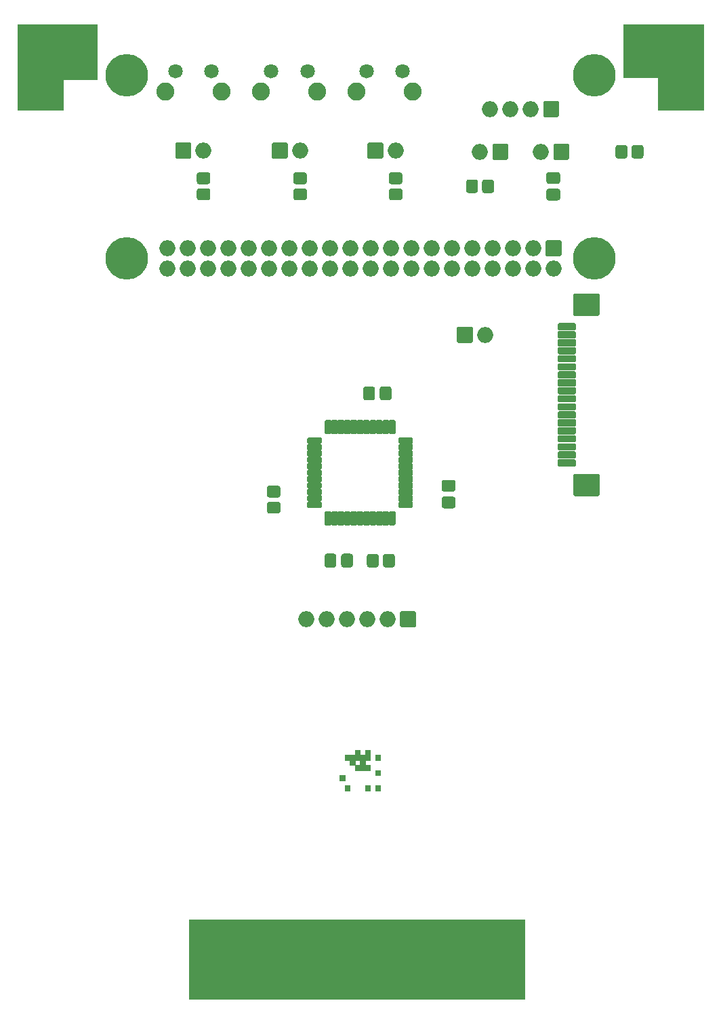
<source format=gbr>
%TF.GenerationSoftware,KiCad,Pcbnew,(5.1.9)-1*%
%TF.CreationDate,2021-12-04T16:06:40+00:00*%
%TF.ProjectId,RGBtoHDMI Amiga Denise CPLD FFC - CDTV Video Slot,52474274-6f48-4444-9d49-20416d696761,1*%
%TF.SameCoordinates,Original*%
%TF.FileFunction,Soldermask,Top*%
%TF.FilePolarity,Negative*%
%FSLAX46Y46*%
G04 Gerber Fmt 4.6, Leading zero omitted, Abs format (unit mm)*
G04 Created by KiCad (PCBNEW (5.1.9)-1) date 2021-12-04 16:06:40*
%MOMM*%
%LPD*%
G01*
G04 APERTURE LIST*
%ADD10C,0.100000*%
%ADD11O,2.000000X2.000000*%
%ADD12C,1.100000*%
%ADD13C,5.300000*%
%ADD14C,3.500000*%
%ADD15C,1.808000*%
%ADD16C,2.250000*%
G04 APERTURE END LIST*
D10*
G36*
X116713000Y-159258000D02*
G01*
X74803000Y-159258000D01*
X74803000Y-149352000D01*
X116713000Y-149352000D01*
X116713000Y-159258000D01*
G37*
X116713000Y-159258000D02*
X74803000Y-159258000D01*
X74803000Y-149352000D01*
X116713000Y-149352000D01*
X116713000Y-159258000D01*
G36*
X139065000Y-48260000D02*
G01*
X133350000Y-48260000D01*
X133350000Y-44196000D01*
X129032000Y-44196000D01*
X129032000Y-37592000D01*
X139065000Y-37592000D01*
X139065000Y-48260000D01*
G37*
X139065000Y-48260000D02*
X133350000Y-48260000D01*
X133350000Y-44196000D01*
X129032000Y-44196000D01*
X129032000Y-37592000D01*
X139065000Y-37592000D01*
X139065000Y-48260000D01*
G36*
X63246000Y-44450000D02*
G01*
X59055000Y-44450000D01*
X59055000Y-48260000D01*
X53340000Y-48260000D01*
X53340000Y-37592000D01*
X63246000Y-37592000D01*
X63246000Y-44450000D01*
G37*
X63246000Y-44450000D02*
X59055000Y-44450000D01*
X59055000Y-48260000D01*
X53340000Y-48260000D01*
X53340000Y-37592000D01*
X63246000Y-37592000D01*
X63246000Y-44450000D01*
%TO.C,solarmon1*%
G36*
X96774000Y-130048000D02*
G01*
X96139000Y-130048000D01*
X96139000Y-129413000D01*
X96774000Y-129413000D01*
X96774000Y-130048000D01*
G37*
X96774000Y-130048000D02*
X96139000Y-130048000D01*
X96139000Y-129413000D01*
X96774000Y-129413000D01*
X96774000Y-130048000D01*
G36*
X96774000Y-130683000D02*
G01*
X96139000Y-130683000D01*
X96139000Y-130048000D01*
X96774000Y-130048000D01*
X96774000Y-130683000D01*
G37*
X96774000Y-130683000D02*
X96139000Y-130683000D01*
X96139000Y-130048000D01*
X96774000Y-130048000D01*
X96774000Y-130683000D01*
G36*
X97409000Y-130683000D02*
G01*
X96774000Y-130683000D01*
X96774000Y-130048000D01*
X97409000Y-130048000D01*
X97409000Y-130683000D01*
G37*
X97409000Y-130683000D02*
X96774000Y-130683000D01*
X96774000Y-130048000D01*
X97409000Y-130048000D01*
X97409000Y-130683000D01*
G36*
X96139000Y-130683000D02*
G01*
X95504000Y-130683000D01*
X95504000Y-130048000D01*
X96139000Y-130048000D01*
X96139000Y-130683000D01*
G37*
X96139000Y-130683000D02*
X95504000Y-130683000D01*
X95504000Y-130048000D01*
X96139000Y-130048000D01*
X96139000Y-130683000D01*
G36*
X95504000Y-130048000D02*
G01*
X94869000Y-130048000D01*
X94869000Y-129413000D01*
X95504000Y-129413000D01*
X95504000Y-130048000D01*
G37*
X95504000Y-130048000D02*
X94869000Y-130048000D01*
X94869000Y-129413000D01*
X95504000Y-129413000D01*
X95504000Y-130048000D01*
G36*
X98679000Y-129413000D02*
G01*
X98044000Y-129413000D01*
X98044000Y-128778000D01*
X98679000Y-128778000D01*
X98679000Y-129413000D01*
G37*
X98679000Y-129413000D02*
X98044000Y-129413000D01*
X98044000Y-128778000D01*
X98679000Y-128778000D01*
X98679000Y-129413000D01*
G36*
X98679000Y-133223000D02*
G01*
X98044000Y-133223000D01*
X98044000Y-132588000D01*
X98679000Y-132588000D01*
X98679000Y-133223000D01*
G37*
X98679000Y-133223000D02*
X98044000Y-133223000D01*
X98044000Y-132588000D01*
X98679000Y-132588000D01*
X98679000Y-133223000D01*
G36*
X97409000Y-128778000D02*
G01*
X96774000Y-128778000D01*
X96774000Y-128143000D01*
X97409000Y-128143000D01*
X97409000Y-128778000D01*
G37*
X97409000Y-128778000D02*
X96774000Y-128778000D01*
X96774000Y-128143000D01*
X97409000Y-128143000D01*
X97409000Y-128778000D01*
G36*
X97409000Y-129413000D02*
G01*
X96774000Y-129413000D01*
X96774000Y-128778000D01*
X97409000Y-128778000D01*
X97409000Y-129413000D01*
G37*
X97409000Y-129413000D02*
X96774000Y-129413000D01*
X96774000Y-128778000D01*
X97409000Y-128778000D01*
X97409000Y-129413000D01*
G36*
X96774000Y-129413000D02*
G01*
X96139000Y-129413000D01*
X96139000Y-128778000D01*
X96774000Y-128778000D01*
X96774000Y-129413000D01*
G37*
X96774000Y-129413000D02*
X96139000Y-129413000D01*
X96139000Y-128778000D01*
X96774000Y-128778000D01*
X96774000Y-129413000D01*
G36*
X96139000Y-129413000D02*
G01*
X95504000Y-129413000D01*
X95504000Y-128778000D01*
X96139000Y-128778000D01*
X96139000Y-129413000D01*
G37*
X96139000Y-129413000D02*
X95504000Y-129413000D01*
X95504000Y-128778000D01*
X96139000Y-128778000D01*
X96139000Y-129413000D01*
G36*
X96139000Y-128778000D02*
G01*
X95504000Y-128778000D01*
X95504000Y-128143000D01*
X96139000Y-128143000D01*
X96139000Y-128778000D01*
G37*
X96139000Y-128778000D02*
X95504000Y-128778000D01*
X95504000Y-128143000D01*
X96139000Y-128143000D01*
X96139000Y-128778000D01*
G36*
X95504000Y-129413000D02*
G01*
X94869000Y-129413000D01*
X94869000Y-128778000D01*
X95504000Y-128778000D01*
X95504000Y-129413000D01*
G37*
X95504000Y-129413000D02*
X94869000Y-129413000D01*
X94869000Y-128778000D01*
X95504000Y-128778000D01*
X95504000Y-129413000D01*
G36*
X94869000Y-129413000D02*
G01*
X94234000Y-129413000D01*
X94234000Y-128778000D01*
X94869000Y-128778000D01*
X94869000Y-129413000D01*
G37*
X94869000Y-129413000D02*
X94234000Y-129413000D01*
X94234000Y-128778000D01*
X94869000Y-128778000D01*
X94869000Y-129413000D01*
G36*
X94234000Y-131953000D02*
G01*
X93599000Y-131953000D01*
X93599000Y-131318000D01*
X94234000Y-131318000D01*
X94234000Y-131953000D01*
G37*
X94234000Y-131953000D02*
X93599000Y-131953000D01*
X93599000Y-131318000D01*
X94234000Y-131318000D01*
X94234000Y-131953000D01*
G36*
X94869000Y-133223000D02*
G01*
X94234000Y-133223000D01*
X94234000Y-132588000D01*
X94869000Y-132588000D01*
X94869000Y-133223000D01*
G37*
X94869000Y-133223000D02*
X94234000Y-133223000D01*
X94234000Y-132588000D01*
X94869000Y-132588000D01*
X94869000Y-133223000D01*
G36*
X97409000Y-133223000D02*
G01*
X96774000Y-133223000D01*
X96774000Y-132588000D01*
X97409000Y-132588000D01*
X97409000Y-133223000D01*
G37*
X97409000Y-133223000D02*
X96774000Y-133223000D01*
X96774000Y-132588000D01*
X97409000Y-132588000D01*
X97409000Y-133223000D01*
G36*
X98679000Y-131318000D02*
G01*
X98044000Y-131318000D01*
X98044000Y-130683000D01*
X98679000Y-130683000D01*
X98679000Y-131318000D01*
G37*
X98679000Y-131318000D02*
X98044000Y-131318000D01*
X98044000Y-130683000D01*
X98679000Y-130683000D01*
X98679000Y-131318000D01*
%TD*%
%TO.C,SERIAL1*%
G36*
G01*
X120865000Y-49133000D02*
X119165000Y-49133000D01*
G75*
G02*
X119015000Y-48983000I0J150000D01*
G01*
X119015000Y-47283000D01*
G75*
G02*
X119165000Y-47133000I150000J0D01*
G01*
X120865000Y-47133000D01*
G75*
G02*
X121015000Y-47283000I0J-150000D01*
G01*
X121015000Y-48983000D01*
G75*
G02*
X120865000Y-49133000I-150000J0D01*
G01*
G37*
D11*
X117475000Y-48133000D03*
X114935000Y-48133000D03*
X112395000Y-48133000D03*
%TD*%
D12*
%TO.C,H4*%
X126700225Y-65476175D03*
X125374400Y-64927000D03*
X124048575Y-65476175D03*
X123499400Y-66802000D03*
X124048575Y-68127825D03*
X125374400Y-68677000D03*
X126700225Y-68127825D03*
X127249400Y-66802000D03*
D13*
X125374400Y-66802000D03*
%TD*%
D12*
%TO.C,H3*%
X68280225Y-65476175D03*
X66954400Y-64927000D03*
X65628575Y-65476175D03*
X65079400Y-66802000D03*
X65628575Y-68127825D03*
X66954400Y-68677000D03*
X68280225Y-68127825D03*
X68829400Y-66802000D03*
D13*
X66954400Y-66802000D03*
%TD*%
D12*
%TO.C,H2*%
X126700225Y-42616175D03*
X125374400Y-42067000D03*
X124048575Y-42616175D03*
X123499400Y-43942000D03*
X124048575Y-45267825D03*
X125374400Y-45817000D03*
X126700225Y-45267825D03*
X127249400Y-43942000D03*
D13*
X125374400Y-43942000D03*
%TD*%
D12*
%TO.C,H1*%
X68280225Y-42616175D03*
X66954400Y-42067000D03*
X65628575Y-42616175D03*
X65079400Y-43942000D03*
X65628575Y-45267825D03*
X66954400Y-45817000D03*
X68280225Y-45267825D03*
X68829400Y-43942000D03*
D13*
X66954400Y-43942000D03*
%TD*%
D11*
%TO.C,D2*%
X118745000Y-53467000D03*
G36*
G01*
X120435000Y-52467000D02*
X122135000Y-52467000D01*
G75*
G02*
X122285000Y-52617000I0J-150000D01*
G01*
X122285000Y-54317000D01*
G75*
G02*
X122135000Y-54467000I-150000J0D01*
G01*
X120435000Y-54467000D01*
G75*
G02*
X120285000Y-54317000I0J150000D01*
G01*
X120285000Y-52617000D01*
G75*
G02*
X120435000Y-52467000I150000J0D01*
G01*
G37*
%TD*%
%TO.C,D1*%
X111125000Y-53467000D03*
G36*
G01*
X112815000Y-52467000D02*
X114515000Y-52467000D01*
G75*
G02*
X114665000Y-52617000I0J-150000D01*
G01*
X114665000Y-54317000D01*
G75*
G02*
X114515000Y-54467000I-150000J0D01*
G01*
X112815000Y-54467000D01*
G75*
G02*
X112665000Y-54317000I0J150000D01*
G01*
X112665000Y-52617000D01*
G75*
G02*
X112815000Y-52467000I150000J0D01*
G01*
G37*
%TD*%
%TO.C,R5*%
G36*
G01*
X129544000Y-52929498D02*
X129544000Y-54004502D01*
G75*
G02*
X129231502Y-54317000I-312498J0D01*
G01*
X128356498Y-54317000D01*
G75*
G02*
X128044000Y-54004502I0J312498D01*
G01*
X128044000Y-52929498D01*
G75*
G02*
X128356498Y-52617000I312498J0D01*
G01*
X129231502Y-52617000D01*
G75*
G02*
X129544000Y-52929498I0J-312498D01*
G01*
G37*
G36*
G01*
X131544000Y-52929498D02*
X131544000Y-54004502D01*
G75*
G02*
X131231502Y-54317000I-312498J0D01*
G01*
X130356498Y-54317000D01*
G75*
G02*
X130044000Y-54004502I0J312498D01*
G01*
X130044000Y-52929498D01*
G75*
G02*
X130356498Y-52617000I312498J0D01*
G01*
X131231502Y-52617000D01*
G75*
G02*
X131544000Y-52929498I0J-312498D01*
G01*
G37*
%TD*%
%TO.C,R4*%
G36*
G01*
X111375000Y-58322502D02*
X111375000Y-57247498D01*
G75*
G02*
X111687498Y-56935000I312498J0D01*
G01*
X112562502Y-56935000D01*
G75*
G02*
X112875000Y-57247498I0J-312498D01*
G01*
X112875000Y-58322502D01*
G75*
G02*
X112562502Y-58635000I-312498J0D01*
G01*
X111687498Y-58635000D01*
G75*
G02*
X111375000Y-58322502I0J312498D01*
G01*
G37*
G36*
G01*
X109375000Y-58322502D02*
X109375000Y-57247498D01*
G75*
G02*
X109687498Y-56935000I312498J0D01*
G01*
X110562502Y-56935000D01*
G75*
G02*
X110875000Y-57247498I0J-312498D01*
G01*
X110875000Y-58322502D01*
G75*
G02*
X110562502Y-58635000I-312498J0D01*
G01*
X109687498Y-58635000D01*
G75*
G02*
X109375000Y-58322502I0J312498D01*
G01*
G37*
%TD*%
%TO.C,CN10*%
G36*
G01*
X87343600Y-157178000D02*
X87343600Y-151178000D01*
G75*
G02*
X88493600Y-150028000I1150000J0D01*
G01*
X88493600Y-150028000D01*
G75*
G02*
X89643600Y-151178000I0J-1150000D01*
G01*
X89643600Y-157178000D01*
G75*
G02*
X88493600Y-158328000I-1150000J0D01*
G01*
X88493600Y-158328000D01*
G75*
G02*
X87343600Y-157178000I0J1150000D01*
G01*
G37*
G36*
G01*
X84829000Y-157178000D02*
X84829000Y-151178000D01*
G75*
G02*
X85979000Y-150028000I1150000J0D01*
G01*
X85979000Y-150028000D01*
G75*
G02*
X87129000Y-151178000I0J-1150000D01*
G01*
X87129000Y-157178000D01*
G75*
G02*
X85979000Y-158328000I-1150000J0D01*
G01*
X85979000Y-158328000D01*
G75*
G02*
X84829000Y-157178000I0J1150000D01*
G01*
G37*
G36*
G01*
X89909000Y-157178000D02*
X89909000Y-151178000D01*
G75*
G02*
X91059000Y-150028000I1150000J0D01*
G01*
X91059000Y-150028000D01*
G75*
G02*
X92209000Y-151178000I0J-1150000D01*
G01*
X92209000Y-157178000D01*
G75*
G02*
X91059000Y-158328000I-1150000J0D01*
G01*
X91059000Y-158328000D01*
G75*
G02*
X89909000Y-157178000I0J1150000D01*
G01*
G37*
G36*
G01*
X92449000Y-157178000D02*
X92449000Y-151178000D01*
G75*
G02*
X93599000Y-150028000I1150000J0D01*
G01*
X93599000Y-150028000D01*
G75*
G02*
X94749000Y-151178000I0J-1150000D01*
G01*
X94749000Y-157178000D01*
G75*
G02*
X93599000Y-158328000I-1150000J0D01*
G01*
X93599000Y-158328000D01*
G75*
G02*
X92449000Y-157178000I0J1150000D01*
G01*
G37*
G36*
G01*
X79749000Y-157178000D02*
X79749000Y-151178000D01*
G75*
G02*
X80899000Y-150028000I1150000J0D01*
G01*
X80899000Y-150028000D01*
G75*
G02*
X82049000Y-151178000I0J-1150000D01*
G01*
X82049000Y-157178000D01*
G75*
G02*
X80899000Y-158328000I-1150000J0D01*
G01*
X80899000Y-158328000D01*
G75*
G02*
X79749000Y-157178000I0J1150000D01*
G01*
G37*
G36*
G01*
X77209000Y-157178000D02*
X77209000Y-151178000D01*
G75*
G02*
X78359000Y-150028000I1150000J0D01*
G01*
X78359000Y-150028000D01*
G75*
G02*
X79509000Y-151178000I0J-1150000D01*
G01*
X79509000Y-157178000D01*
G75*
G02*
X78359000Y-158328000I-1150000J0D01*
G01*
X78359000Y-158328000D01*
G75*
G02*
X77209000Y-157178000I0J1150000D01*
G01*
G37*
G36*
G01*
X82314400Y-157178000D02*
X82314400Y-151178000D01*
G75*
G02*
X83464400Y-150028000I1150000J0D01*
G01*
X83464400Y-150028000D01*
G75*
G02*
X84614400Y-151178000I0J-1150000D01*
G01*
X84614400Y-157178000D01*
G75*
G02*
X83464400Y-158328000I-1150000J0D01*
G01*
X83464400Y-158328000D01*
G75*
G02*
X82314400Y-157178000I0J1150000D01*
G01*
G37*
G36*
G01*
X97529000Y-157178000D02*
X97529000Y-151178000D01*
G75*
G02*
X98679000Y-150028000I1150000J0D01*
G01*
X98679000Y-150028000D01*
G75*
G02*
X99829000Y-151178000I0J-1150000D01*
G01*
X99829000Y-157178000D01*
G75*
G02*
X98679000Y-158328000I-1150000J0D01*
G01*
X98679000Y-158328000D01*
G75*
G02*
X97529000Y-157178000I0J1150000D01*
G01*
G37*
G36*
G01*
X94963600Y-157178000D02*
X94963600Y-151178000D01*
G75*
G02*
X96113600Y-150028000I1150000J0D01*
G01*
X96113600Y-150028000D01*
G75*
G02*
X97263600Y-151178000I0J-1150000D01*
G01*
X97263600Y-157178000D01*
G75*
G02*
X96113600Y-158328000I-1150000J0D01*
G01*
X96113600Y-158328000D01*
G75*
G02*
X94963600Y-157178000I0J1150000D01*
G01*
G37*
G36*
G01*
X100069000Y-157178000D02*
X100069000Y-151178000D01*
G75*
G02*
X101219000Y-150028000I1150000J0D01*
G01*
X101219000Y-150028000D01*
G75*
G02*
X102369000Y-151178000I0J-1150000D01*
G01*
X102369000Y-157178000D01*
G75*
G02*
X101219000Y-158328000I-1150000J0D01*
G01*
X101219000Y-158328000D01*
G75*
G02*
X100069000Y-157178000I0J1150000D01*
G01*
G37*
G36*
G01*
X102609000Y-157178000D02*
X102609000Y-151178000D01*
G75*
G02*
X103759000Y-150028000I1150000J0D01*
G01*
X103759000Y-150028000D01*
G75*
G02*
X104909000Y-151178000I0J-1150000D01*
G01*
X104909000Y-157178000D01*
G75*
G02*
X103759000Y-158328000I-1150000J0D01*
G01*
X103759000Y-158328000D01*
G75*
G02*
X102609000Y-157178000I0J1150000D01*
G01*
G37*
G36*
G01*
X105149000Y-157178000D02*
X105149000Y-151178000D01*
G75*
G02*
X106299000Y-150028000I1150000J0D01*
G01*
X106299000Y-150028000D01*
G75*
G02*
X107449000Y-151178000I0J-1150000D01*
G01*
X107449000Y-157178000D01*
G75*
G02*
X106299000Y-158328000I-1150000J0D01*
G01*
X106299000Y-158328000D01*
G75*
G02*
X105149000Y-157178000I0J1150000D01*
G01*
G37*
G36*
G01*
X107689000Y-157178000D02*
X107689000Y-151178000D01*
G75*
G02*
X108839000Y-150028000I1150000J0D01*
G01*
X108839000Y-150028000D01*
G75*
G02*
X109989000Y-151178000I0J-1150000D01*
G01*
X109989000Y-157178000D01*
G75*
G02*
X108839000Y-158328000I-1150000J0D01*
G01*
X108839000Y-158328000D01*
G75*
G02*
X107689000Y-157178000I0J1150000D01*
G01*
G37*
G36*
G01*
X110229000Y-157178000D02*
X110229000Y-151178000D01*
G75*
G02*
X111379000Y-150028000I1150000J0D01*
G01*
X111379000Y-150028000D01*
G75*
G02*
X112529000Y-151178000I0J-1150000D01*
G01*
X112529000Y-157178000D01*
G75*
G02*
X111379000Y-158328000I-1150000J0D01*
G01*
X111379000Y-158328000D01*
G75*
G02*
X110229000Y-157178000I0J1150000D01*
G01*
G37*
G36*
G01*
X112769000Y-157178000D02*
X112769000Y-151178000D01*
G75*
G02*
X113919000Y-150028000I1150000J0D01*
G01*
X113919000Y-150028000D01*
G75*
G02*
X115069000Y-151178000I0J-1150000D01*
G01*
X115069000Y-157178000D01*
G75*
G02*
X113919000Y-158328000I-1150000J0D01*
G01*
X113919000Y-158328000D01*
G75*
G02*
X112769000Y-157178000I0J1150000D01*
G01*
G37*
%TD*%
D14*
%TO.C,H6*%
X136118600Y-44246800D03*
%TD*%
%TO.C,H5*%
X56159400Y-44246800D03*
%TD*%
D11*
%TO.C,BT3*%
X76581000Y-53340000D03*
G36*
G01*
X74891000Y-54340000D02*
X73191000Y-54340000D01*
G75*
G02*
X73041000Y-54190000I0J150000D01*
G01*
X73041000Y-52490000D01*
G75*
G02*
X73191000Y-52340000I150000J0D01*
G01*
X74891000Y-52340000D01*
G75*
G02*
X75041000Y-52490000I0J-150000D01*
G01*
X75041000Y-54190000D01*
G75*
G02*
X74891000Y-54340000I-150000J0D01*
G01*
G37*
%TD*%
%TO.C,BT2*%
X88646000Y-53340000D03*
G36*
G01*
X86956000Y-54340000D02*
X85256000Y-54340000D01*
G75*
G02*
X85106000Y-54190000I0J150000D01*
G01*
X85106000Y-52490000D01*
G75*
G02*
X85256000Y-52340000I150000J0D01*
G01*
X86956000Y-52340000D01*
G75*
G02*
X87106000Y-52490000I0J-150000D01*
G01*
X87106000Y-54190000D01*
G75*
G02*
X86956000Y-54340000I-150000J0D01*
G01*
G37*
%TD*%
%TO.C,BT1*%
X100584000Y-53340000D03*
G36*
G01*
X98894000Y-54340000D02*
X97194000Y-54340000D01*
G75*
G02*
X97044000Y-54190000I0J150000D01*
G01*
X97044000Y-52490000D01*
G75*
G02*
X97194000Y-52340000I150000J0D01*
G01*
X98894000Y-52340000D01*
G75*
G02*
X99044000Y-52490000I0J-150000D01*
G01*
X99044000Y-54190000D01*
G75*
G02*
X98894000Y-54340000I-150000J0D01*
G01*
G37*
%TD*%
D15*
%TO.C,BT13*%
X73036000Y-43434000D03*
X77586000Y-43434000D03*
D16*
X71811000Y-45934000D03*
X78811000Y-45934000D03*
%TD*%
D15*
%TO.C,BT12*%
X84999400Y-43434000D03*
X89549400Y-43434000D03*
D16*
X83774400Y-45934000D03*
X90774400Y-45934000D03*
%TD*%
D15*
%TO.C,BT11*%
X96912000Y-43434000D03*
X101462000Y-43434000D03*
D16*
X95687000Y-45934000D03*
X102687000Y-45934000D03*
%TD*%
%TO.C,FFC18*%
G36*
G01*
X125915000Y-96470000D02*
X122915000Y-96470000D01*
G75*
G02*
X122765000Y-96320000I0J150000D01*
G01*
X122765000Y-93820000D01*
G75*
G02*
X122915000Y-93670000I150000J0D01*
G01*
X125915000Y-93670000D01*
G75*
G02*
X126065000Y-93820000I0J-150000D01*
G01*
X126065000Y-96320000D01*
G75*
G02*
X125915000Y-96470000I-150000J0D01*
G01*
G37*
G36*
G01*
X125915000Y-73970000D02*
X122915000Y-73970000D01*
G75*
G02*
X122765000Y-73820000I0J150000D01*
G01*
X122765000Y-71320000D01*
G75*
G02*
X122915000Y-71170000I150000J0D01*
G01*
X125915000Y-71170000D01*
G75*
G02*
X126065000Y-71320000I0J-150000D01*
G01*
X126065000Y-73820000D01*
G75*
G02*
X125915000Y-73970000I-150000J0D01*
G01*
G37*
G36*
G01*
X122965000Y-75770000D02*
X120965000Y-75770000D01*
G75*
G02*
X120815000Y-75620000I0J150000D01*
G01*
X120815000Y-75020000D01*
G75*
G02*
X120965000Y-74870000I150000J0D01*
G01*
X122965000Y-74870000D01*
G75*
G02*
X123115000Y-75020000I0J-150000D01*
G01*
X123115000Y-75620000D01*
G75*
G02*
X122965000Y-75770000I-150000J0D01*
G01*
G37*
G36*
G01*
X122965000Y-76770000D02*
X120965000Y-76770000D01*
G75*
G02*
X120815000Y-76620000I0J150000D01*
G01*
X120815000Y-76020000D01*
G75*
G02*
X120965000Y-75870000I150000J0D01*
G01*
X122965000Y-75870000D01*
G75*
G02*
X123115000Y-76020000I0J-150000D01*
G01*
X123115000Y-76620000D01*
G75*
G02*
X122965000Y-76770000I-150000J0D01*
G01*
G37*
G36*
G01*
X122965000Y-77770000D02*
X120965000Y-77770000D01*
G75*
G02*
X120815000Y-77620000I0J150000D01*
G01*
X120815000Y-77020000D01*
G75*
G02*
X120965000Y-76870000I150000J0D01*
G01*
X122965000Y-76870000D01*
G75*
G02*
X123115000Y-77020000I0J-150000D01*
G01*
X123115000Y-77620000D01*
G75*
G02*
X122965000Y-77770000I-150000J0D01*
G01*
G37*
G36*
G01*
X122965000Y-78770000D02*
X120965000Y-78770000D01*
G75*
G02*
X120815000Y-78620000I0J150000D01*
G01*
X120815000Y-78020000D01*
G75*
G02*
X120965000Y-77870000I150000J0D01*
G01*
X122965000Y-77870000D01*
G75*
G02*
X123115000Y-78020000I0J-150000D01*
G01*
X123115000Y-78620000D01*
G75*
G02*
X122965000Y-78770000I-150000J0D01*
G01*
G37*
G36*
G01*
X122965000Y-79770000D02*
X120965000Y-79770000D01*
G75*
G02*
X120815000Y-79620000I0J150000D01*
G01*
X120815000Y-79020000D01*
G75*
G02*
X120965000Y-78870000I150000J0D01*
G01*
X122965000Y-78870000D01*
G75*
G02*
X123115000Y-79020000I0J-150000D01*
G01*
X123115000Y-79620000D01*
G75*
G02*
X122965000Y-79770000I-150000J0D01*
G01*
G37*
G36*
G01*
X122965000Y-80770000D02*
X120965000Y-80770000D01*
G75*
G02*
X120815000Y-80620000I0J150000D01*
G01*
X120815000Y-80020000D01*
G75*
G02*
X120965000Y-79870000I150000J0D01*
G01*
X122965000Y-79870000D01*
G75*
G02*
X123115000Y-80020000I0J-150000D01*
G01*
X123115000Y-80620000D01*
G75*
G02*
X122965000Y-80770000I-150000J0D01*
G01*
G37*
G36*
G01*
X122965000Y-81770000D02*
X120965000Y-81770000D01*
G75*
G02*
X120815000Y-81620000I0J150000D01*
G01*
X120815000Y-81020000D01*
G75*
G02*
X120965000Y-80870000I150000J0D01*
G01*
X122965000Y-80870000D01*
G75*
G02*
X123115000Y-81020000I0J-150000D01*
G01*
X123115000Y-81620000D01*
G75*
G02*
X122965000Y-81770000I-150000J0D01*
G01*
G37*
G36*
G01*
X122965000Y-82770000D02*
X120965000Y-82770000D01*
G75*
G02*
X120815000Y-82620000I0J150000D01*
G01*
X120815000Y-82020000D01*
G75*
G02*
X120965000Y-81870000I150000J0D01*
G01*
X122965000Y-81870000D01*
G75*
G02*
X123115000Y-82020000I0J-150000D01*
G01*
X123115000Y-82620000D01*
G75*
G02*
X122965000Y-82770000I-150000J0D01*
G01*
G37*
G36*
G01*
X122965000Y-83770000D02*
X120965000Y-83770000D01*
G75*
G02*
X120815000Y-83620000I0J150000D01*
G01*
X120815000Y-83020000D01*
G75*
G02*
X120965000Y-82870000I150000J0D01*
G01*
X122965000Y-82870000D01*
G75*
G02*
X123115000Y-83020000I0J-150000D01*
G01*
X123115000Y-83620000D01*
G75*
G02*
X122965000Y-83770000I-150000J0D01*
G01*
G37*
G36*
G01*
X122965000Y-84770000D02*
X120965000Y-84770000D01*
G75*
G02*
X120815000Y-84620000I0J150000D01*
G01*
X120815000Y-84020000D01*
G75*
G02*
X120965000Y-83870000I150000J0D01*
G01*
X122965000Y-83870000D01*
G75*
G02*
X123115000Y-84020000I0J-150000D01*
G01*
X123115000Y-84620000D01*
G75*
G02*
X122965000Y-84770000I-150000J0D01*
G01*
G37*
G36*
G01*
X122965000Y-85770000D02*
X120965000Y-85770000D01*
G75*
G02*
X120815000Y-85620000I0J150000D01*
G01*
X120815000Y-85020000D01*
G75*
G02*
X120965000Y-84870000I150000J0D01*
G01*
X122965000Y-84870000D01*
G75*
G02*
X123115000Y-85020000I0J-150000D01*
G01*
X123115000Y-85620000D01*
G75*
G02*
X122965000Y-85770000I-150000J0D01*
G01*
G37*
G36*
G01*
X122965000Y-86770000D02*
X120965000Y-86770000D01*
G75*
G02*
X120815000Y-86620000I0J150000D01*
G01*
X120815000Y-86020000D01*
G75*
G02*
X120965000Y-85870000I150000J0D01*
G01*
X122965000Y-85870000D01*
G75*
G02*
X123115000Y-86020000I0J-150000D01*
G01*
X123115000Y-86620000D01*
G75*
G02*
X122965000Y-86770000I-150000J0D01*
G01*
G37*
G36*
G01*
X122965000Y-87770000D02*
X120965000Y-87770000D01*
G75*
G02*
X120815000Y-87620000I0J150000D01*
G01*
X120815000Y-87020000D01*
G75*
G02*
X120965000Y-86870000I150000J0D01*
G01*
X122965000Y-86870000D01*
G75*
G02*
X123115000Y-87020000I0J-150000D01*
G01*
X123115000Y-87620000D01*
G75*
G02*
X122965000Y-87770000I-150000J0D01*
G01*
G37*
G36*
G01*
X122965000Y-88770000D02*
X120965000Y-88770000D01*
G75*
G02*
X120815000Y-88620000I0J150000D01*
G01*
X120815000Y-88020000D01*
G75*
G02*
X120965000Y-87870000I150000J0D01*
G01*
X122965000Y-87870000D01*
G75*
G02*
X123115000Y-88020000I0J-150000D01*
G01*
X123115000Y-88620000D01*
G75*
G02*
X122965000Y-88770000I-150000J0D01*
G01*
G37*
G36*
G01*
X122965000Y-89770000D02*
X120965000Y-89770000D01*
G75*
G02*
X120815000Y-89620000I0J150000D01*
G01*
X120815000Y-89020000D01*
G75*
G02*
X120965000Y-88870000I150000J0D01*
G01*
X122965000Y-88870000D01*
G75*
G02*
X123115000Y-89020000I0J-150000D01*
G01*
X123115000Y-89620000D01*
G75*
G02*
X122965000Y-89770000I-150000J0D01*
G01*
G37*
G36*
G01*
X122965000Y-90770000D02*
X120965000Y-90770000D01*
G75*
G02*
X120815000Y-90620000I0J150000D01*
G01*
X120815000Y-90020000D01*
G75*
G02*
X120965000Y-89870000I150000J0D01*
G01*
X122965000Y-89870000D01*
G75*
G02*
X123115000Y-90020000I0J-150000D01*
G01*
X123115000Y-90620000D01*
G75*
G02*
X122965000Y-90770000I-150000J0D01*
G01*
G37*
G36*
G01*
X122965000Y-91770000D02*
X120965000Y-91770000D01*
G75*
G02*
X120815000Y-91620000I0J150000D01*
G01*
X120815000Y-91020000D01*
G75*
G02*
X120965000Y-90870000I150000J0D01*
G01*
X122965000Y-90870000D01*
G75*
G02*
X123115000Y-91020000I0J-150000D01*
G01*
X123115000Y-91620000D01*
G75*
G02*
X122965000Y-91770000I-150000J0D01*
G01*
G37*
G36*
G01*
X122965000Y-92770000D02*
X120965000Y-92770000D01*
G75*
G02*
X120815000Y-92620000I0J150000D01*
G01*
X120815000Y-92020000D01*
G75*
G02*
X120965000Y-91870000I150000J0D01*
G01*
X122965000Y-91870000D01*
G75*
G02*
X123115000Y-92020000I0J-150000D01*
G01*
X123115000Y-92620000D01*
G75*
G02*
X122965000Y-92770000I-150000J0D01*
G01*
G37*
%TD*%
D11*
%TO.C,JP1*%
X111760000Y-76327000D03*
G36*
G01*
X108370000Y-75327000D02*
X110070000Y-75327000D01*
G75*
G02*
X110220000Y-75477000I0J-150000D01*
G01*
X110220000Y-77177000D01*
G75*
G02*
X110070000Y-77327000I-150000J0D01*
G01*
X108370000Y-77327000D01*
G75*
G02*
X108220000Y-77177000I0J150000D01*
G01*
X108220000Y-75477000D01*
G75*
G02*
X108370000Y-75327000I150000J0D01*
G01*
G37*
%TD*%
%TO.C,R7*%
G36*
G01*
X77118502Y-57535000D02*
X76043498Y-57535000D01*
G75*
G02*
X75731000Y-57222502I0J312498D01*
G01*
X75731000Y-56347498D01*
G75*
G02*
X76043498Y-56035000I312498J0D01*
G01*
X77118502Y-56035000D01*
G75*
G02*
X77431000Y-56347498I0J-312498D01*
G01*
X77431000Y-57222502D01*
G75*
G02*
X77118502Y-57535000I-312498J0D01*
G01*
G37*
G36*
G01*
X77118502Y-59535000D02*
X76043498Y-59535000D01*
G75*
G02*
X75731000Y-59222502I0J312498D01*
G01*
X75731000Y-58347498D01*
G75*
G02*
X76043498Y-58035000I312498J0D01*
G01*
X77118502Y-58035000D01*
G75*
G02*
X77431000Y-58347498I0J-312498D01*
G01*
X77431000Y-59222502D01*
G75*
G02*
X77118502Y-59535000I-312498J0D01*
G01*
G37*
%TD*%
%TO.C,R6*%
G36*
G01*
X89183502Y-57535000D02*
X88108498Y-57535000D01*
G75*
G02*
X87796000Y-57222502I0J312498D01*
G01*
X87796000Y-56347498D01*
G75*
G02*
X88108498Y-56035000I312498J0D01*
G01*
X89183502Y-56035000D01*
G75*
G02*
X89496000Y-56347498I0J-312498D01*
G01*
X89496000Y-57222502D01*
G75*
G02*
X89183502Y-57535000I-312498J0D01*
G01*
G37*
G36*
G01*
X89183502Y-59535000D02*
X88108498Y-59535000D01*
G75*
G02*
X87796000Y-59222502I0J312498D01*
G01*
X87796000Y-58347498D01*
G75*
G02*
X88108498Y-58035000I312498J0D01*
G01*
X89183502Y-58035000D01*
G75*
G02*
X89496000Y-58347498I0J-312498D01*
G01*
X89496000Y-59222502D01*
G75*
G02*
X89183502Y-59535000I-312498J0D01*
G01*
G37*
%TD*%
%TO.C,JTAG1*%
X89433400Y-111836200D03*
X91973400Y-111836200D03*
X94513400Y-111836200D03*
X97053400Y-111836200D03*
X99593400Y-111836200D03*
G36*
G01*
X102983400Y-112836200D02*
X101283400Y-112836200D01*
G75*
G02*
X101133400Y-112686200I0J150000D01*
G01*
X101133400Y-110986200D01*
G75*
G02*
X101283400Y-110836200I150000J0D01*
G01*
X102983400Y-110836200D01*
G75*
G02*
X103133400Y-110986200I0J-150000D01*
G01*
X103133400Y-112686200D01*
G75*
G02*
X102983400Y-112836200I-150000J0D01*
G01*
G37*
%TD*%
%TO.C,C1*%
G36*
G01*
X120830171Y-57485000D02*
X119707829Y-57485000D01*
G75*
G02*
X119394000Y-57171171I0J313829D01*
G01*
X119394000Y-56323829D01*
G75*
G02*
X119707829Y-56010000I313829J0D01*
G01*
X120830171Y-56010000D01*
G75*
G02*
X121144000Y-56323829I0J-313829D01*
G01*
X121144000Y-57171171D01*
G75*
G02*
X120830171Y-57485000I-313829J0D01*
G01*
G37*
G36*
G01*
X120830171Y-59560000D02*
X119707829Y-59560000D01*
G75*
G02*
X119394000Y-59246171I0J313829D01*
G01*
X119394000Y-58398829D01*
G75*
G02*
X119707829Y-58085000I313829J0D01*
G01*
X120830171Y-58085000D01*
G75*
G02*
X121144000Y-58398829I0J-313829D01*
G01*
X121144000Y-59246171D01*
G75*
G02*
X120830171Y-59560000I-313829J0D01*
G01*
G37*
%TD*%
%TO.C,R3*%
G36*
G01*
X98979800Y-105058502D02*
X98979800Y-103983498D01*
G75*
G02*
X99292298Y-103671000I312498J0D01*
G01*
X100167302Y-103671000D01*
G75*
G02*
X100479800Y-103983498I0J-312498D01*
G01*
X100479800Y-105058502D01*
G75*
G02*
X100167302Y-105371000I-312498J0D01*
G01*
X99292298Y-105371000D01*
G75*
G02*
X98979800Y-105058502I0J312498D01*
G01*
G37*
G36*
G01*
X96979800Y-105058502D02*
X96979800Y-103983498D01*
G75*
G02*
X97292298Y-103671000I312498J0D01*
G01*
X98167302Y-103671000D01*
G75*
G02*
X98479800Y-103983498I0J-312498D01*
G01*
X98479800Y-105058502D01*
G75*
G02*
X98167302Y-105371000I-312498J0D01*
G01*
X97292298Y-105371000D01*
G75*
G02*
X96979800Y-105058502I0J312498D01*
G01*
G37*
%TD*%
%TO.C,R2*%
G36*
G01*
X84806498Y-97151000D02*
X85881502Y-97151000D01*
G75*
G02*
X86194000Y-97463498I0J-312498D01*
G01*
X86194000Y-98338502D01*
G75*
G02*
X85881502Y-98651000I-312498J0D01*
G01*
X84806498Y-98651000D01*
G75*
G02*
X84494000Y-98338502I0J312498D01*
G01*
X84494000Y-97463498D01*
G75*
G02*
X84806498Y-97151000I312498J0D01*
G01*
G37*
G36*
G01*
X84806498Y-95151000D02*
X85881502Y-95151000D01*
G75*
G02*
X86194000Y-95463498I0J-312498D01*
G01*
X86194000Y-96338502D01*
G75*
G02*
X85881502Y-96651000I-312498J0D01*
G01*
X84806498Y-96651000D01*
G75*
G02*
X84494000Y-96338502I0J312498D01*
G01*
X84494000Y-95463498D01*
G75*
G02*
X84806498Y-95151000I312498J0D01*
G01*
G37*
%TD*%
%TO.C,R1*%
G36*
G01*
X101121502Y-57535000D02*
X100046498Y-57535000D01*
G75*
G02*
X99734000Y-57222502I0J312498D01*
G01*
X99734000Y-56347498D01*
G75*
G02*
X100046498Y-56035000I312498J0D01*
G01*
X101121502Y-56035000D01*
G75*
G02*
X101434000Y-56347498I0J-312498D01*
G01*
X101434000Y-57222502D01*
G75*
G02*
X101121502Y-57535000I-312498J0D01*
G01*
G37*
G36*
G01*
X101121502Y-59535000D02*
X100046498Y-59535000D01*
G75*
G02*
X99734000Y-59222502I0J312498D01*
G01*
X99734000Y-58347498D01*
G75*
G02*
X100046498Y-58035000I312498J0D01*
G01*
X101121502Y-58035000D01*
G75*
G02*
X101434000Y-58347498I0J-312498D01*
G01*
X101434000Y-59222502D01*
G75*
G02*
X101121502Y-59535000I-312498J0D01*
G01*
G37*
%TD*%
%TO.C,C4*%
G36*
G01*
X93172000Y-103959829D02*
X93172000Y-105082171D01*
G75*
G02*
X92858171Y-105396000I-313829J0D01*
G01*
X92010829Y-105396000D01*
G75*
G02*
X91697000Y-105082171I0J313829D01*
G01*
X91697000Y-103959829D01*
G75*
G02*
X92010829Y-103646000I313829J0D01*
G01*
X92858171Y-103646000D01*
G75*
G02*
X93172000Y-103959829I0J-313829D01*
G01*
G37*
G36*
G01*
X95247000Y-103959829D02*
X95247000Y-105082171D01*
G75*
G02*
X94933171Y-105396000I-313829J0D01*
G01*
X94085829Y-105396000D01*
G75*
G02*
X93772000Y-105082171I0J313829D01*
G01*
X93772000Y-103959829D01*
G75*
G02*
X94085829Y-103646000I313829J0D01*
G01*
X94933171Y-103646000D01*
G75*
G02*
X95247000Y-103959829I0J-313829D01*
G01*
G37*
%TD*%
%TO.C,C3*%
G36*
G01*
X106626829Y-96515200D02*
X107749171Y-96515200D01*
G75*
G02*
X108063000Y-96829029I0J-313829D01*
G01*
X108063000Y-97676371D01*
G75*
G02*
X107749171Y-97990200I-313829J0D01*
G01*
X106626829Y-97990200D01*
G75*
G02*
X106313000Y-97676371I0J313829D01*
G01*
X106313000Y-96829029D01*
G75*
G02*
X106626829Y-96515200I313829J0D01*
G01*
G37*
G36*
G01*
X106626829Y-94440200D02*
X107749171Y-94440200D01*
G75*
G02*
X108063000Y-94754029I0J-313829D01*
G01*
X108063000Y-95601371D01*
G75*
G02*
X107749171Y-95915200I-313829J0D01*
G01*
X106626829Y-95915200D01*
G75*
G02*
X106313000Y-95601371I0J313829D01*
G01*
X106313000Y-94754029D01*
G75*
G02*
X106626829Y-94440200I313829J0D01*
G01*
G37*
%TD*%
%TO.C,C2*%
G36*
G01*
X97998000Y-83081029D02*
X97998000Y-84203371D01*
G75*
G02*
X97684171Y-84517200I-313829J0D01*
G01*
X96836829Y-84517200D01*
G75*
G02*
X96523000Y-84203371I0J313829D01*
G01*
X96523000Y-83081029D01*
G75*
G02*
X96836829Y-82767200I313829J0D01*
G01*
X97684171Y-82767200D01*
G75*
G02*
X97998000Y-83081029I0J-313829D01*
G01*
G37*
G36*
G01*
X100073000Y-83081029D02*
X100073000Y-84203371D01*
G75*
G02*
X99759171Y-84517200I-313829J0D01*
G01*
X98911829Y-84517200D01*
G75*
G02*
X98598000Y-84203371I0J313829D01*
G01*
X98598000Y-83081029D01*
G75*
G02*
X98911829Y-82767200I313829J0D01*
G01*
X99759171Y-82767200D01*
G75*
G02*
X100073000Y-83081029I0J-313829D01*
G01*
G37*
%TD*%
%TO.C,U1*%
G36*
G01*
X92414000Y-88748200D02*
X91864000Y-88748200D01*
G75*
G02*
X91714000Y-88598200I0J150000D01*
G01*
X91714000Y-87098200D01*
G75*
G02*
X91864000Y-86948200I150000J0D01*
G01*
X92414000Y-86948200D01*
G75*
G02*
X92564000Y-87098200I0J-150000D01*
G01*
X92564000Y-88598200D01*
G75*
G02*
X92414000Y-88748200I-150000J0D01*
G01*
G37*
G36*
G01*
X93214000Y-88748200D02*
X92664000Y-88748200D01*
G75*
G02*
X92514000Y-88598200I0J150000D01*
G01*
X92514000Y-87098200D01*
G75*
G02*
X92664000Y-86948200I150000J0D01*
G01*
X93214000Y-86948200D01*
G75*
G02*
X93364000Y-87098200I0J-150000D01*
G01*
X93364000Y-88598200D01*
G75*
G02*
X93214000Y-88748200I-150000J0D01*
G01*
G37*
G36*
G01*
X94014000Y-88748200D02*
X93464000Y-88748200D01*
G75*
G02*
X93314000Y-88598200I0J150000D01*
G01*
X93314000Y-87098200D01*
G75*
G02*
X93464000Y-86948200I150000J0D01*
G01*
X94014000Y-86948200D01*
G75*
G02*
X94164000Y-87098200I0J-150000D01*
G01*
X94164000Y-88598200D01*
G75*
G02*
X94014000Y-88748200I-150000J0D01*
G01*
G37*
G36*
G01*
X94814000Y-88748200D02*
X94264000Y-88748200D01*
G75*
G02*
X94114000Y-88598200I0J150000D01*
G01*
X94114000Y-87098200D01*
G75*
G02*
X94264000Y-86948200I150000J0D01*
G01*
X94814000Y-86948200D01*
G75*
G02*
X94964000Y-87098200I0J-150000D01*
G01*
X94964000Y-88598200D01*
G75*
G02*
X94814000Y-88748200I-150000J0D01*
G01*
G37*
G36*
G01*
X95614000Y-88748200D02*
X95064000Y-88748200D01*
G75*
G02*
X94914000Y-88598200I0J150000D01*
G01*
X94914000Y-87098200D01*
G75*
G02*
X95064000Y-86948200I150000J0D01*
G01*
X95614000Y-86948200D01*
G75*
G02*
X95764000Y-87098200I0J-150000D01*
G01*
X95764000Y-88598200D01*
G75*
G02*
X95614000Y-88748200I-150000J0D01*
G01*
G37*
G36*
G01*
X96414000Y-88748200D02*
X95864000Y-88748200D01*
G75*
G02*
X95714000Y-88598200I0J150000D01*
G01*
X95714000Y-87098200D01*
G75*
G02*
X95864000Y-86948200I150000J0D01*
G01*
X96414000Y-86948200D01*
G75*
G02*
X96564000Y-87098200I0J-150000D01*
G01*
X96564000Y-88598200D01*
G75*
G02*
X96414000Y-88748200I-150000J0D01*
G01*
G37*
G36*
G01*
X97214000Y-88748200D02*
X96664000Y-88748200D01*
G75*
G02*
X96514000Y-88598200I0J150000D01*
G01*
X96514000Y-87098200D01*
G75*
G02*
X96664000Y-86948200I150000J0D01*
G01*
X97214000Y-86948200D01*
G75*
G02*
X97364000Y-87098200I0J-150000D01*
G01*
X97364000Y-88598200D01*
G75*
G02*
X97214000Y-88748200I-150000J0D01*
G01*
G37*
G36*
G01*
X98014000Y-88748200D02*
X97464000Y-88748200D01*
G75*
G02*
X97314000Y-88598200I0J150000D01*
G01*
X97314000Y-87098200D01*
G75*
G02*
X97464000Y-86948200I150000J0D01*
G01*
X98014000Y-86948200D01*
G75*
G02*
X98164000Y-87098200I0J-150000D01*
G01*
X98164000Y-88598200D01*
G75*
G02*
X98014000Y-88748200I-150000J0D01*
G01*
G37*
G36*
G01*
X98814000Y-88748200D02*
X98264000Y-88748200D01*
G75*
G02*
X98114000Y-88598200I0J150000D01*
G01*
X98114000Y-87098200D01*
G75*
G02*
X98264000Y-86948200I150000J0D01*
G01*
X98814000Y-86948200D01*
G75*
G02*
X98964000Y-87098200I0J-150000D01*
G01*
X98964000Y-88598200D01*
G75*
G02*
X98814000Y-88748200I-150000J0D01*
G01*
G37*
G36*
G01*
X99614000Y-88748200D02*
X99064000Y-88748200D01*
G75*
G02*
X98914000Y-88598200I0J150000D01*
G01*
X98914000Y-87098200D01*
G75*
G02*
X99064000Y-86948200I150000J0D01*
G01*
X99614000Y-86948200D01*
G75*
G02*
X99764000Y-87098200I0J-150000D01*
G01*
X99764000Y-88598200D01*
G75*
G02*
X99614000Y-88748200I-150000J0D01*
G01*
G37*
G36*
G01*
X100414000Y-88748200D02*
X99864000Y-88748200D01*
G75*
G02*
X99714000Y-88598200I0J150000D01*
G01*
X99714000Y-87098200D01*
G75*
G02*
X99864000Y-86948200I150000J0D01*
G01*
X100414000Y-86948200D01*
G75*
G02*
X100564000Y-87098200I0J-150000D01*
G01*
X100564000Y-88598200D01*
G75*
G02*
X100414000Y-88748200I-150000J0D01*
G01*
G37*
G36*
G01*
X100939000Y-89823200D02*
X100939000Y-89273200D01*
G75*
G02*
X101089000Y-89123200I150000J0D01*
G01*
X102589000Y-89123200D01*
G75*
G02*
X102739000Y-89273200I0J-150000D01*
G01*
X102739000Y-89823200D01*
G75*
G02*
X102589000Y-89973200I-150000J0D01*
G01*
X101089000Y-89973200D01*
G75*
G02*
X100939000Y-89823200I0J150000D01*
G01*
G37*
G36*
G01*
X100939000Y-90623200D02*
X100939000Y-90073200D01*
G75*
G02*
X101089000Y-89923200I150000J0D01*
G01*
X102589000Y-89923200D01*
G75*
G02*
X102739000Y-90073200I0J-150000D01*
G01*
X102739000Y-90623200D01*
G75*
G02*
X102589000Y-90773200I-150000J0D01*
G01*
X101089000Y-90773200D01*
G75*
G02*
X100939000Y-90623200I0J150000D01*
G01*
G37*
G36*
G01*
X100939000Y-91423200D02*
X100939000Y-90873200D01*
G75*
G02*
X101089000Y-90723200I150000J0D01*
G01*
X102589000Y-90723200D01*
G75*
G02*
X102739000Y-90873200I0J-150000D01*
G01*
X102739000Y-91423200D01*
G75*
G02*
X102589000Y-91573200I-150000J0D01*
G01*
X101089000Y-91573200D01*
G75*
G02*
X100939000Y-91423200I0J150000D01*
G01*
G37*
G36*
G01*
X100939000Y-92223200D02*
X100939000Y-91673200D01*
G75*
G02*
X101089000Y-91523200I150000J0D01*
G01*
X102589000Y-91523200D01*
G75*
G02*
X102739000Y-91673200I0J-150000D01*
G01*
X102739000Y-92223200D01*
G75*
G02*
X102589000Y-92373200I-150000J0D01*
G01*
X101089000Y-92373200D01*
G75*
G02*
X100939000Y-92223200I0J150000D01*
G01*
G37*
G36*
G01*
X100939000Y-93023200D02*
X100939000Y-92473200D01*
G75*
G02*
X101089000Y-92323200I150000J0D01*
G01*
X102589000Y-92323200D01*
G75*
G02*
X102739000Y-92473200I0J-150000D01*
G01*
X102739000Y-93023200D01*
G75*
G02*
X102589000Y-93173200I-150000J0D01*
G01*
X101089000Y-93173200D01*
G75*
G02*
X100939000Y-93023200I0J150000D01*
G01*
G37*
G36*
G01*
X100939000Y-93823200D02*
X100939000Y-93273200D01*
G75*
G02*
X101089000Y-93123200I150000J0D01*
G01*
X102589000Y-93123200D01*
G75*
G02*
X102739000Y-93273200I0J-150000D01*
G01*
X102739000Y-93823200D01*
G75*
G02*
X102589000Y-93973200I-150000J0D01*
G01*
X101089000Y-93973200D01*
G75*
G02*
X100939000Y-93823200I0J150000D01*
G01*
G37*
G36*
G01*
X100939000Y-94623200D02*
X100939000Y-94073200D01*
G75*
G02*
X101089000Y-93923200I150000J0D01*
G01*
X102589000Y-93923200D01*
G75*
G02*
X102739000Y-94073200I0J-150000D01*
G01*
X102739000Y-94623200D01*
G75*
G02*
X102589000Y-94773200I-150000J0D01*
G01*
X101089000Y-94773200D01*
G75*
G02*
X100939000Y-94623200I0J150000D01*
G01*
G37*
G36*
G01*
X100939000Y-95423200D02*
X100939000Y-94873200D01*
G75*
G02*
X101089000Y-94723200I150000J0D01*
G01*
X102589000Y-94723200D01*
G75*
G02*
X102739000Y-94873200I0J-150000D01*
G01*
X102739000Y-95423200D01*
G75*
G02*
X102589000Y-95573200I-150000J0D01*
G01*
X101089000Y-95573200D01*
G75*
G02*
X100939000Y-95423200I0J150000D01*
G01*
G37*
G36*
G01*
X100939000Y-96223200D02*
X100939000Y-95673200D01*
G75*
G02*
X101089000Y-95523200I150000J0D01*
G01*
X102589000Y-95523200D01*
G75*
G02*
X102739000Y-95673200I0J-150000D01*
G01*
X102739000Y-96223200D01*
G75*
G02*
X102589000Y-96373200I-150000J0D01*
G01*
X101089000Y-96373200D01*
G75*
G02*
X100939000Y-96223200I0J150000D01*
G01*
G37*
G36*
G01*
X100939000Y-97023200D02*
X100939000Y-96473200D01*
G75*
G02*
X101089000Y-96323200I150000J0D01*
G01*
X102589000Y-96323200D01*
G75*
G02*
X102739000Y-96473200I0J-150000D01*
G01*
X102739000Y-97023200D01*
G75*
G02*
X102589000Y-97173200I-150000J0D01*
G01*
X101089000Y-97173200D01*
G75*
G02*
X100939000Y-97023200I0J150000D01*
G01*
G37*
G36*
G01*
X100939000Y-97823200D02*
X100939000Y-97273200D01*
G75*
G02*
X101089000Y-97123200I150000J0D01*
G01*
X102589000Y-97123200D01*
G75*
G02*
X102739000Y-97273200I0J-150000D01*
G01*
X102739000Y-97823200D01*
G75*
G02*
X102589000Y-97973200I-150000J0D01*
G01*
X101089000Y-97973200D01*
G75*
G02*
X100939000Y-97823200I0J150000D01*
G01*
G37*
G36*
G01*
X100414000Y-100148200D02*
X99864000Y-100148200D01*
G75*
G02*
X99714000Y-99998200I0J150000D01*
G01*
X99714000Y-98498200D01*
G75*
G02*
X99864000Y-98348200I150000J0D01*
G01*
X100414000Y-98348200D01*
G75*
G02*
X100564000Y-98498200I0J-150000D01*
G01*
X100564000Y-99998200D01*
G75*
G02*
X100414000Y-100148200I-150000J0D01*
G01*
G37*
G36*
G01*
X99614000Y-100148200D02*
X99064000Y-100148200D01*
G75*
G02*
X98914000Y-99998200I0J150000D01*
G01*
X98914000Y-98498200D01*
G75*
G02*
X99064000Y-98348200I150000J0D01*
G01*
X99614000Y-98348200D01*
G75*
G02*
X99764000Y-98498200I0J-150000D01*
G01*
X99764000Y-99998200D01*
G75*
G02*
X99614000Y-100148200I-150000J0D01*
G01*
G37*
G36*
G01*
X98814000Y-100148200D02*
X98264000Y-100148200D01*
G75*
G02*
X98114000Y-99998200I0J150000D01*
G01*
X98114000Y-98498200D01*
G75*
G02*
X98264000Y-98348200I150000J0D01*
G01*
X98814000Y-98348200D01*
G75*
G02*
X98964000Y-98498200I0J-150000D01*
G01*
X98964000Y-99998200D01*
G75*
G02*
X98814000Y-100148200I-150000J0D01*
G01*
G37*
G36*
G01*
X98014000Y-100148200D02*
X97464000Y-100148200D01*
G75*
G02*
X97314000Y-99998200I0J150000D01*
G01*
X97314000Y-98498200D01*
G75*
G02*
X97464000Y-98348200I150000J0D01*
G01*
X98014000Y-98348200D01*
G75*
G02*
X98164000Y-98498200I0J-150000D01*
G01*
X98164000Y-99998200D01*
G75*
G02*
X98014000Y-100148200I-150000J0D01*
G01*
G37*
G36*
G01*
X97214000Y-100148200D02*
X96664000Y-100148200D01*
G75*
G02*
X96514000Y-99998200I0J150000D01*
G01*
X96514000Y-98498200D01*
G75*
G02*
X96664000Y-98348200I150000J0D01*
G01*
X97214000Y-98348200D01*
G75*
G02*
X97364000Y-98498200I0J-150000D01*
G01*
X97364000Y-99998200D01*
G75*
G02*
X97214000Y-100148200I-150000J0D01*
G01*
G37*
G36*
G01*
X96414000Y-100148200D02*
X95864000Y-100148200D01*
G75*
G02*
X95714000Y-99998200I0J150000D01*
G01*
X95714000Y-98498200D01*
G75*
G02*
X95864000Y-98348200I150000J0D01*
G01*
X96414000Y-98348200D01*
G75*
G02*
X96564000Y-98498200I0J-150000D01*
G01*
X96564000Y-99998200D01*
G75*
G02*
X96414000Y-100148200I-150000J0D01*
G01*
G37*
G36*
G01*
X95614000Y-100148200D02*
X95064000Y-100148200D01*
G75*
G02*
X94914000Y-99998200I0J150000D01*
G01*
X94914000Y-98498200D01*
G75*
G02*
X95064000Y-98348200I150000J0D01*
G01*
X95614000Y-98348200D01*
G75*
G02*
X95764000Y-98498200I0J-150000D01*
G01*
X95764000Y-99998200D01*
G75*
G02*
X95614000Y-100148200I-150000J0D01*
G01*
G37*
G36*
G01*
X94814000Y-100148200D02*
X94264000Y-100148200D01*
G75*
G02*
X94114000Y-99998200I0J150000D01*
G01*
X94114000Y-98498200D01*
G75*
G02*
X94264000Y-98348200I150000J0D01*
G01*
X94814000Y-98348200D01*
G75*
G02*
X94964000Y-98498200I0J-150000D01*
G01*
X94964000Y-99998200D01*
G75*
G02*
X94814000Y-100148200I-150000J0D01*
G01*
G37*
G36*
G01*
X94014000Y-100148200D02*
X93464000Y-100148200D01*
G75*
G02*
X93314000Y-99998200I0J150000D01*
G01*
X93314000Y-98498200D01*
G75*
G02*
X93464000Y-98348200I150000J0D01*
G01*
X94014000Y-98348200D01*
G75*
G02*
X94164000Y-98498200I0J-150000D01*
G01*
X94164000Y-99998200D01*
G75*
G02*
X94014000Y-100148200I-150000J0D01*
G01*
G37*
G36*
G01*
X93214000Y-100148200D02*
X92664000Y-100148200D01*
G75*
G02*
X92514000Y-99998200I0J150000D01*
G01*
X92514000Y-98498200D01*
G75*
G02*
X92664000Y-98348200I150000J0D01*
G01*
X93214000Y-98348200D01*
G75*
G02*
X93364000Y-98498200I0J-150000D01*
G01*
X93364000Y-99998200D01*
G75*
G02*
X93214000Y-100148200I-150000J0D01*
G01*
G37*
G36*
G01*
X92414000Y-100148200D02*
X91864000Y-100148200D01*
G75*
G02*
X91714000Y-99998200I0J150000D01*
G01*
X91714000Y-98498200D01*
G75*
G02*
X91864000Y-98348200I150000J0D01*
G01*
X92414000Y-98348200D01*
G75*
G02*
X92564000Y-98498200I0J-150000D01*
G01*
X92564000Y-99998200D01*
G75*
G02*
X92414000Y-100148200I-150000J0D01*
G01*
G37*
G36*
G01*
X89539000Y-97823200D02*
X89539000Y-97273200D01*
G75*
G02*
X89689000Y-97123200I150000J0D01*
G01*
X91189000Y-97123200D01*
G75*
G02*
X91339000Y-97273200I0J-150000D01*
G01*
X91339000Y-97823200D01*
G75*
G02*
X91189000Y-97973200I-150000J0D01*
G01*
X89689000Y-97973200D01*
G75*
G02*
X89539000Y-97823200I0J150000D01*
G01*
G37*
G36*
G01*
X89539000Y-97023200D02*
X89539000Y-96473200D01*
G75*
G02*
X89689000Y-96323200I150000J0D01*
G01*
X91189000Y-96323200D01*
G75*
G02*
X91339000Y-96473200I0J-150000D01*
G01*
X91339000Y-97023200D01*
G75*
G02*
X91189000Y-97173200I-150000J0D01*
G01*
X89689000Y-97173200D01*
G75*
G02*
X89539000Y-97023200I0J150000D01*
G01*
G37*
G36*
G01*
X89539000Y-96223200D02*
X89539000Y-95673200D01*
G75*
G02*
X89689000Y-95523200I150000J0D01*
G01*
X91189000Y-95523200D01*
G75*
G02*
X91339000Y-95673200I0J-150000D01*
G01*
X91339000Y-96223200D01*
G75*
G02*
X91189000Y-96373200I-150000J0D01*
G01*
X89689000Y-96373200D01*
G75*
G02*
X89539000Y-96223200I0J150000D01*
G01*
G37*
G36*
G01*
X89539000Y-95423200D02*
X89539000Y-94873200D01*
G75*
G02*
X89689000Y-94723200I150000J0D01*
G01*
X91189000Y-94723200D01*
G75*
G02*
X91339000Y-94873200I0J-150000D01*
G01*
X91339000Y-95423200D01*
G75*
G02*
X91189000Y-95573200I-150000J0D01*
G01*
X89689000Y-95573200D01*
G75*
G02*
X89539000Y-95423200I0J150000D01*
G01*
G37*
G36*
G01*
X89539000Y-94623200D02*
X89539000Y-94073200D01*
G75*
G02*
X89689000Y-93923200I150000J0D01*
G01*
X91189000Y-93923200D01*
G75*
G02*
X91339000Y-94073200I0J-150000D01*
G01*
X91339000Y-94623200D01*
G75*
G02*
X91189000Y-94773200I-150000J0D01*
G01*
X89689000Y-94773200D01*
G75*
G02*
X89539000Y-94623200I0J150000D01*
G01*
G37*
G36*
G01*
X89539000Y-93823200D02*
X89539000Y-93273200D01*
G75*
G02*
X89689000Y-93123200I150000J0D01*
G01*
X91189000Y-93123200D01*
G75*
G02*
X91339000Y-93273200I0J-150000D01*
G01*
X91339000Y-93823200D01*
G75*
G02*
X91189000Y-93973200I-150000J0D01*
G01*
X89689000Y-93973200D01*
G75*
G02*
X89539000Y-93823200I0J150000D01*
G01*
G37*
G36*
G01*
X89539000Y-93023200D02*
X89539000Y-92473200D01*
G75*
G02*
X89689000Y-92323200I150000J0D01*
G01*
X91189000Y-92323200D01*
G75*
G02*
X91339000Y-92473200I0J-150000D01*
G01*
X91339000Y-93023200D01*
G75*
G02*
X91189000Y-93173200I-150000J0D01*
G01*
X89689000Y-93173200D01*
G75*
G02*
X89539000Y-93023200I0J150000D01*
G01*
G37*
G36*
G01*
X89539000Y-92223200D02*
X89539000Y-91673200D01*
G75*
G02*
X89689000Y-91523200I150000J0D01*
G01*
X91189000Y-91523200D01*
G75*
G02*
X91339000Y-91673200I0J-150000D01*
G01*
X91339000Y-92223200D01*
G75*
G02*
X91189000Y-92373200I-150000J0D01*
G01*
X89689000Y-92373200D01*
G75*
G02*
X89539000Y-92223200I0J150000D01*
G01*
G37*
G36*
G01*
X89539000Y-91423200D02*
X89539000Y-90873200D01*
G75*
G02*
X89689000Y-90723200I150000J0D01*
G01*
X91189000Y-90723200D01*
G75*
G02*
X91339000Y-90873200I0J-150000D01*
G01*
X91339000Y-91423200D01*
G75*
G02*
X91189000Y-91573200I-150000J0D01*
G01*
X89689000Y-91573200D01*
G75*
G02*
X89539000Y-91423200I0J150000D01*
G01*
G37*
G36*
G01*
X89539000Y-90623200D02*
X89539000Y-90073200D01*
G75*
G02*
X89689000Y-89923200I150000J0D01*
G01*
X91189000Y-89923200D01*
G75*
G02*
X91339000Y-90073200I0J-150000D01*
G01*
X91339000Y-90623200D01*
G75*
G02*
X91189000Y-90773200I-150000J0D01*
G01*
X89689000Y-90773200D01*
G75*
G02*
X89539000Y-90623200I0J150000D01*
G01*
G37*
G36*
G01*
X89539000Y-89823200D02*
X89539000Y-89273200D01*
G75*
G02*
X89689000Y-89123200I150000J0D01*
G01*
X91189000Y-89123200D01*
G75*
G02*
X91339000Y-89273200I0J-150000D01*
G01*
X91339000Y-89823200D01*
G75*
G02*
X91189000Y-89973200I-150000J0D01*
G01*
X89689000Y-89973200D01*
G75*
G02*
X89539000Y-89823200I0J150000D01*
G01*
G37*
%TD*%
%TO.C,J1*%
X72034400Y-68072000D03*
X72034400Y-65532000D03*
X74574400Y-68072000D03*
X74574400Y-65532000D03*
X77114400Y-68072000D03*
X77114400Y-65532000D03*
X79654400Y-68072000D03*
X79654400Y-65532000D03*
X82194400Y-68072000D03*
X82194400Y-65532000D03*
X84734400Y-68072000D03*
X84734400Y-65532000D03*
X87274400Y-68072000D03*
X87274400Y-65532000D03*
X89814400Y-68072000D03*
X89814400Y-65532000D03*
X92354400Y-68072000D03*
X92354400Y-65532000D03*
X94894400Y-68072000D03*
X94894400Y-65532000D03*
X97434400Y-68072000D03*
X97434400Y-65532000D03*
X99974400Y-68072000D03*
X99974400Y-65532000D03*
X102514400Y-68072000D03*
X102514400Y-65532000D03*
X105054400Y-68072000D03*
X105054400Y-65532000D03*
X107594400Y-68072000D03*
X107594400Y-65532000D03*
X110134400Y-68072000D03*
X110134400Y-65532000D03*
X112674400Y-68072000D03*
X112674400Y-65532000D03*
X115214400Y-68072000D03*
X115214400Y-65532000D03*
X117754400Y-68072000D03*
X117754400Y-65532000D03*
X120294400Y-68072000D03*
G36*
G01*
X121144400Y-66532000D02*
X119444400Y-66532000D01*
G75*
G02*
X119294400Y-66382000I0J150000D01*
G01*
X119294400Y-64682000D01*
G75*
G02*
X119444400Y-64532000I150000J0D01*
G01*
X121144400Y-64532000D01*
G75*
G02*
X121294400Y-64682000I0J-150000D01*
G01*
X121294400Y-66382000D01*
G75*
G02*
X121144400Y-66532000I-150000J0D01*
G01*
G37*
%TD*%
M02*

</source>
